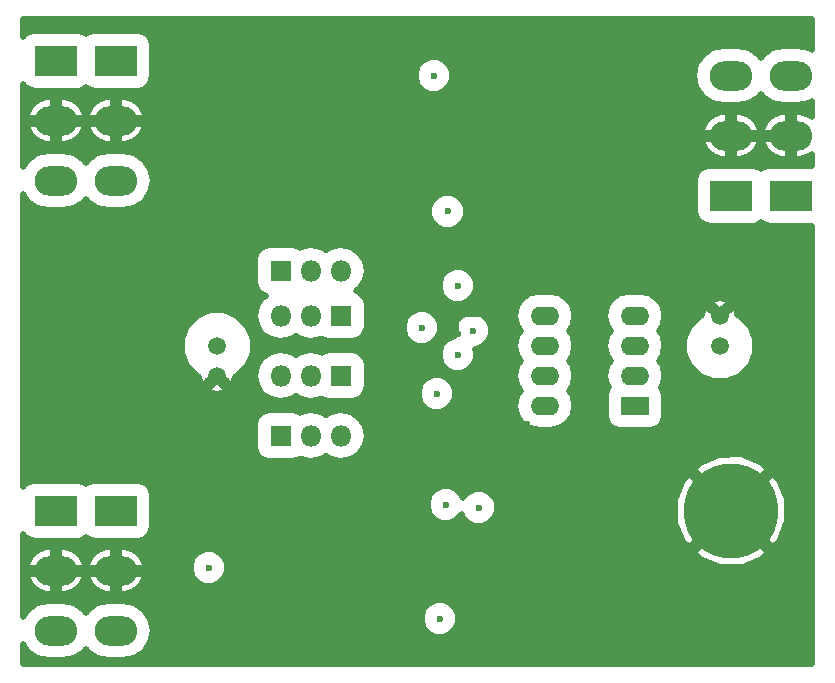
<source format=gbr>
G04 #@! TF.FileFunction,Copper,L4,Bot,Signal*
%FSLAX46Y46*%
G04 Gerber Fmt 4.6, Leading zero omitted, Abs format (unit mm)*
G04 Created by KiCad (PCBNEW 4.0.2-stable) date 10/6/2017 5:38:16 PM*
%MOMM*%
G01*
G04 APERTURE LIST*
%ADD10C,0.100000*%
%ADD11C,1.500000*%
%ADD12C,2.200000*%
%ADD13O,3.600000X2.500000*%
%ADD14R,3.600000X2.500000*%
%ADD15R,1.800000X1.800000*%
%ADD16O,1.800000X1.800000*%
%ADD17R,2.400000X1.600000*%
%ADD18O,2.400000X1.600000*%
%ADD19C,8.000000*%
%ADD20C,3.500000*%
%ADD21C,0.600000*%
%ADD22C,0.180000*%
%ADD23C,0.500000*%
G04 APERTURE END LIST*
D10*
D11*
X208600000Y-180340000D03*
X208600000Y-177800000D03*
D12*
X213680000Y-175260000D03*
X213680000Y-185420000D03*
D13*
X214630000Y-157480000D03*
X214630000Y-162560000D03*
D14*
X214630000Y-167640000D03*
X209550000Y-167640000D03*
D13*
X209550000Y-162560000D03*
X209550000Y-157480000D03*
X152400000Y-166370000D03*
X152400000Y-161290000D03*
D14*
X152400000Y-156210000D03*
X157480000Y-156210000D03*
D13*
X157480000Y-161290000D03*
X157480000Y-166370000D03*
X152400000Y-204470000D03*
X152400000Y-199390000D03*
D14*
X152400000Y-194310000D03*
X157480000Y-194310000D03*
D13*
X157480000Y-199390000D03*
X157480000Y-204470000D03*
D11*
X166050000Y-180340000D03*
X166050000Y-182880000D03*
D12*
X160970000Y-185420000D03*
X160970000Y-175260000D03*
D15*
X171450000Y-173990000D03*
D16*
X173990000Y-173990000D03*
X176530000Y-173990000D03*
D15*
X171450000Y-187960000D03*
D16*
X173990000Y-187960000D03*
X176530000Y-187960000D03*
D15*
X176530000Y-177800000D03*
D16*
X173990000Y-177800000D03*
X171450000Y-177800000D03*
D15*
X176530000Y-182880000D03*
D16*
X173990000Y-182880000D03*
X171450000Y-182880000D03*
D17*
X201422000Y-185420000D03*
D18*
X193802000Y-177800000D03*
X201422000Y-182880000D03*
X193802000Y-180340000D03*
X201422000Y-180340000D03*
X193802000Y-182880000D03*
X201422000Y-177800000D03*
X193802000Y-185420000D03*
D19*
X209550000Y-194310000D03*
D20*
X200660000Y-156210000D03*
X177800000Y-156210000D03*
X200660000Y-204470000D03*
X177800000Y-204470000D03*
D21*
X165354000Y-199136000D03*
X197866000Y-194310000D03*
X191770000Y-194310000D03*
X198120000Y-181356000D03*
X165354000Y-164084000D03*
X162052000Y-180340000D03*
X165354000Y-176657000D03*
X194056000Y-204470000D03*
X163068000Y-206248000D03*
X162306000Y-154178000D03*
X193802000Y-156210000D03*
X172974000Y-155448000D03*
X171450000Y-201930000D03*
X179324000Y-194056000D03*
X178308000Y-191008000D03*
X180594000Y-167132000D03*
X178054000Y-170180000D03*
X184404000Y-170942000D03*
X189484000Y-185420000D03*
X190754000Y-173990000D03*
X191008000Y-179578000D03*
X186436000Y-179324000D03*
X198882000Y-173482000D03*
X199136000Y-175514000D03*
X204216000Y-185166000D03*
X206502000Y-182880000D03*
X192278000Y-186944000D03*
X185572400Y-168960800D03*
X186436000Y-175260000D03*
X185420000Y-193802000D03*
X186436000Y-181102000D03*
X188214000Y-194056000D03*
X187706000Y-179070000D03*
X184658000Y-184404000D03*
X183388000Y-178816000D03*
X184404000Y-157480000D03*
X184912000Y-203454000D03*
D22*
X186436000Y-179324000D02*
X186436000Y-178562000D01*
X186436000Y-178562000D02*
X185674000Y-177800000D01*
X185674000Y-177800000D02*
X190500000Y-177800000D01*
X190500000Y-177800000D02*
X191008000Y-178308000D01*
X191008000Y-178308000D02*
X191008000Y-179578000D01*
D23*
G36*
X216412000Y-155314319D02*
X216196462Y-155170301D01*
X215239753Y-154980000D01*
X214020247Y-154980000D01*
X213063538Y-155170301D01*
X212252480Y-155712233D01*
X212090000Y-155955401D01*
X211927520Y-155712233D01*
X211116462Y-155170301D01*
X210159753Y-154980000D01*
X208940247Y-154980000D01*
X207983538Y-155170301D01*
X207172480Y-155712233D01*
X206630548Y-156523291D01*
X206440247Y-157480000D01*
X206630548Y-158436709D01*
X207172480Y-159247767D01*
X207983538Y-159789699D01*
X208940247Y-159980000D01*
X210159753Y-159980000D01*
X211116462Y-159789699D01*
X211927520Y-159247767D01*
X212090000Y-159004599D01*
X212252480Y-159247767D01*
X213063538Y-159789699D01*
X214020247Y-159980000D01*
X215239753Y-159980000D01*
X216196462Y-159789699D01*
X216412000Y-159645681D01*
X216412000Y-161011870D01*
X216176337Y-160807912D01*
X215430000Y-160560000D01*
X214880000Y-160560000D01*
X214880000Y-162310000D01*
X214900000Y-162310000D01*
X214900000Y-162810000D01*
X214880000Y-162810000D01*
X214880000Y-164560000D01*
X215430000Y-164560000D01*
X216176337Y-164312088D01*
X216412000Y-164108130D01*
X216412000Y-165115512D01*
X212830000Y-165115512D01*
X212366778Y-165202673D01*
X212088514Y-165381731D01*
X211845847Y-165215924D01*
X211350000Y-165115512D01*
X207750000Y-165115512D01*
X207286778Y-165202673D01*
X206861337Y-165476437D01*
X206575924Y-165894153D01*
X206475512Y-166390000D01*
X206475512Y-168890000D01*
X206562673Y-169353222D01*
X206836437Y-169778663D01*
X207254153Y-170064076D01*
X207750000Y-170164488D01*
X211350000Y-170164488D01*
X211813222Y-170077327D01*
X212091486Y-169898269D01*
X212334153Y-170064076D01*
X212830000Y-170164488D01*
X216412000Y-170164488D01*
X216412000Y-207268000D01*
X149602000Y-207268000D01*
X149602000Y-205608475D01*
X150022480Y-206237767D01*
X150833538Y-206779699D01*
X151790247Y-206970000D01*
X153009753Y-206970000D01*
X153966462Y-206779699D01*
X154777520Y-206237767D01*
X154940000Y-205994599D01*
X155102480Y-206237767D01*
X155913538Y-206779699D01*
X156870247Y-206970000D01*
X158089753Y-206970000D01*
X159046462Y-206779699D01*
X159857520Y-206237767D01*
X160399452Y-205426709D01*
X160589753Y-204470000D01*
X160448717Y-203760961D01*
X183361732Y-203760961D01*
X183597208Y-204330857D01*
X184032849Y-204767260D01*
X184602333Y-205003730D01*
X185218961Y-205004268D01*
X185788857Y-204768792D01*
X186225260Y-204333151D01*
X186461730Y-203763667D01*
X186462268Y-203147039D01*
X186226792Y-202577143D01*
X185791151Y-202140740D01*
X185221667Y-201904270D01*
X184605039Y-201903732D01*
X184035143Y-202139208D01*
X183598740Y-202574849D01*
X183362270Y-203144333D01*
X183361732Y-203760961D01*
X160448717Y-203760961D01*
X160399452Y-203513291D01*
X159857520Y-202702233D01*
X159046462Y-202160301D01*
X158089753Y-201970000D01*
X156870247Y-201970000D01*
X155913538Y-202160301D01*
X155102480Y-202702233D01*
X154940000Y-202945401D01*
X154777520Y-202702233D01*
X153966462Y-202160301D01*
X153009753Y-201970000D01*
X151790247Y-201970000D01*
X150833538Y-202160301D01*
X150022480Y-202702233D01*
X149602000Y-203331525D01*
X149602000Y-199947337D01*
X149929226Y-199947337D01*
X150259010Y-200627437D01*
X150853663Y-201142088D01*
X151600000Y-201390000D01*
X152150000Y-201390000D01*
X152150000Y-199640000D01*
X152650000Y-199640000D01*
X152650000Y-201390000D01*
X153200000Y-201390000D01*
X153946337Y-201142088D01*
X154540990Y-200627437D01*
X154870774Y-199947337D01*
X155009226Y-199947337D01*
X155339010Y-200627437D01*
X155933663Y-201142088D01*
X156680000Y-201390000D01*
X157230000Y-201390000D01*
X157230000Y-199640000D01*
X157730000Y-199640000D01*
X157730000Y-201390000D01*
X158280000Y-201390000D01*
X159026337Y-201142088D01*
X159620990Y-200627437D01*
X159950774Y-199947337D01*
X159825176Y-199640000D01*
X157730000Y-199640000D01*
X157230000Y-199640000D01*
X155134824Y-199640000D01*
X155009226Y-199947337D01*
X154870774Y-199947337D01*
X154745176Y-199640000D01*
X152650000Y-199640000D01*
X152150000Y-199640000D01*
X150054824Y-199640000D01*
X149929226Y-199947337D01*
X149602000Y-199947337D01*
X149602000Y-199442961D01*
X163803732Y-199442961D01*
X164039208Y-200012857D01*
X164474849Y-200449260D01*
X165044333Y-200685730D01*
X165660961Y-200686268D01*
X166230857Y-200450792D01*
X166667260Y-200015151D01*
X166903730Y-199445667D01*
X166904268Y-198829039D01*
X166668792Y-198259143D01*
X166233151Y-197822740D01*
X166115782Y-197774004D01*
X206439550Y-197774004D01*
X206909371Y-198369839D01*
X208664010Y-199071327D01*
X210553533Y-199047946D01*
X212190629Y-198369839D01*
X212660450Y-197774004D01*
X209550000Y-194663553D01*
X206439550Y-197774004D01*
X166115782Y-197774004D01*
X165663667Y-197586270D01*
X165047039Y-197585732D01*
X164477143Y-197821208D01*
X164040740Y-198256849D01*
X163804270Y-198826333D01*
X163803732Y-199442961D01*
X149602000Y-199442961D01*
X149602000Y-198832663D01*
X149929226Y-198832663D01*
X150054824Y-199140000D01*
X152150000Y-199140000D01*
X152150000Y-197390000D01*
X152650000Y-197390000D01*
X152650000Y-199140000D01*
X154745176Y-199140000D01*
X154870774Y-198832663D01*
X155009226Y-198832663D01*
X155134824Y-199140000D01*
X157230000Y-199140000D01*
X157230000Y-197390000D01*
X157730000Y-197390000D01*
X157730000Y-199140000D01*
X159825176Y-199140000D01*
X159950774Y-198832663D01*
X159620990Y-198152563D01*
X159026337Y-197637912D01*
X158280000Y-197390000D01*
X157730000Y-197390000D01*
X157230000Y-197390000D01*
X156680000Y-197390000D01*
X155933663Y-197637912D01*
X155339010Y-198152563D01*
X155009226Y-198832663D01*
X154870774Y-198832663D01*
X154540990Y-198152563D01*
X153946337Y-197637912D01*
X153200000Y-197390000D01*
X152650000Y-197390000D01*
X152150000Y-197390000D01*
X151600000Y-197390000D01*
X150853663Y-197637912D01*
X150259010Y-198152563D01*
X149929226Y-198832663D01*
X149602000Y-198832663D01*
X149602000Y-196317444D01*
X149686437Y-196448663D01*
X150104153Y-196734076D01*
X150600000Y-196834488D01*
X154200000Y-196834488D01*
X154663222Y-196747327D01*
X154941486Y-196568269D01*
X155184153Y-196734076D01*
X155680000Y-196834488D01*
X159280000Y-196834488D01*
X159743222Y-196747327D01*
X160168663Y-196473563D01*
X160454076Y-196055847D01*
X160554488Y-195560000D01*
X160554488Y-194108961D01*
X183869732Y-194108961D01*
X184105208Y-194678857D01*
X184540849Y-195115260D01*
X185110333Y-195351730D01*
X185726961Y-195352268D01*
X186296857Y-195116792D01*
X186733260Y-194681151D01*
X186764309Y-194606376D01*
X186899208Y-194932857D01*
X187334849Y-195369260D01*
X187904333Y-195605730D01*
X188520961Y-195606268D01*
X189090857Y-195370792D01*
X189527260Y-194935151D01*
X189763730Y-194365667D01*
X189764268Y-193749039D01*
X189629969Y-193424010D01*
X204788673Y-193424010D01*
X204812054Y-195313533D01*
X205490161Y-196950629D01*
X206085996Y-197420450D01*
X209196447Y-194310000D01*
X209903553Y-194310000D01*
X213014004Y-197420450D01*
X213609839Y-196950629D01*
X214311327Y-195195990D01*
X214287946Y-193306467D01*
X213609839Y-191669371D01*
X213014004Y-191199550D01*
X209903553Y-194310000D01*
X209196447Y-194310000D01*
X206085996Y-191199550D01*
X205490161Y-191669371D01*
X204788673Y-193424010D01*
X189629969Y-193424010D01*
X189528792Y-193179143D01*
X189093151Y-192742740D01*
X188523667Y-192506270D01*
X187907039Y-192505732D01*
X187337143Y-192741208D01*
X186900740Y-193176849D01*
X186869691Y-193251624D01*
X186734792Y-192925143D01*
X186299151Y-192488740D01*
X185729667Y-192252270D01*
X185113039Y-192251732D01*
X184543143Y-192487208D01*
X184106740Y-192922849D01*
X183870270Y-193492333D01*
X183869732Y-194108961D01*
X160554488Y-194108961D01*
X160554488Y-193060000D01*
X160467327Y-192596778D01*
X160193563Y-192171337D01*
X159775847Y-191885924D01*
X159280000Y-191785512D01*
X155680000Y-191785512D01*
X155216778Y-191872673D01*
X154938514Y-192051731D01*
X154695847Y-191885924D01*
X154200000Y-191785512D01*
X150600000Y-191785512D01*
X150136778Y-191872673D01*
X149711337Y-192146437D01*
X149602000Y-192306457D01*
X149602000Y-190845996D01*
X206439550Y-190845996D01*
X209550000Y-193956447D01*
X212660450Y-190845996D01*
X212190629Y-190250161D01*
X210435990Y-189548673D01*
X208546467Y-189572054D01*
X206909371Y-190250161D01*
X206439550Y-190845996D01*
X149602000Y-190845996D01*
X149602000Y-187060000D01*
X169275512Y-187060000D01*
X169275512Y-188860000D01*
X169362673Y-189323222D01*
X169636437Y-189748663D01*
X170054153Y-190034076D01*
X170550000Y-190134488D01*
X172350000Y-190134488D01*
X172813222Y-190047327D01*
X173049093Y-189895548D01*
X173125110Y-189946341D01*
X173947879Y-190110000D01*
X174032121Y-190110000D01*
X174854890Y-189946341D01*
X175260000Y-189675656D01*
X175665110Y-189946341D01*
X176487879Y-190110000D01*
X176572121Y-190110000D01*
X177394890Y-189946341D01*
X178092401Y-189480280D01*
X178558462Y-188782769D01*
X178722121Y-187960000D01*
X178558462Y-187137231D01*
X178092401Y-186439720D01*
X177394890Y-185973659D01*
X176572121Y-185810000D01*
X176487879Y-185810000D01*
X175665110Y-185973659D01*
X175260000Y-186244344D01*
X174854890Y-185973659D01*
X174032121Y-185810000D01*
X173947879Y-185810000D01*
X173125110Y-185973659D01*
X173048838Y-186024622D01*
X172845847Y-185885924D01*
X172350000Y-185785512D01*
X170550000Y-185785512D01*
X170086778Y-185872673D01*
X169661337Y-186146437D01*
X169375924Y-186564153D01*
X169275512Y-187060000D01*
X149602000Y-187060000D01*
X149602000Y-180934119D01*
X163049481Y-180934119D01*
X163505241Y-182037143D01*
X164348418Y-182881793D01*
X164548897Y-182965039D01*
X164598869Y-183362953D01*
X164682396Y-183564605D01*
X164940979Y-183635468D01*
X165299662Y-183276785D01*
X165450645Y-183339478D01*
X165943645Y-183339908D01*
X165294532Y-183989021D01*
X165365395Y-184247604D01*
X165940867Y-184405488D01*
X166532953Y-184331131D01*
X166734605Y-184247604D01*
X166805468Y-183989021D01*
X166156541Y-183340094D01*
X166644119Y-183340519D01*
X166799762Y-183276209D01*
X167159021Y-183635468D01*
X167417604Y-183564605D01*
X167575488Y-182989133D01*
X167571495Y-182957335D01*
X167747143Y-182884759D01*
X167751910Y-182880000D01*
X169257879Y-182880000D01*
X169421538Y-183702769D01*
X169887599Y-184400280D01*
X170585110Y-184866341D01*
X171407879Y-185030000D01*
X171492121Y-185030000D01*
X172314890Y-184866341D01*
X172720000Y-184595656D01*
X173125110Y-184866341D01*
X173947879Y-185030000D01*
X174032121Y-185030000D01*
X174854890Y-184866341D01*
X174931162Y-184815378D01*
X175134153Y-184954076D01*
X175630000Y-185054488D01*
X177430000Y-185054488D01*
X177893222Y-184967327D01*
X178291625Y-184710961D01*
X183107732Y-184710961D01*
X183343208Y-185280857D01*
X183778849Y-185717260D01*
X184348333Y-185953730D01*
X184964961Y-185954268D01*
X185534857Y-185718792D01*
X185971260Y-185283151D01*
X186207730Y-184713667D01*
X186208268Y-184097039D01*
X185972792Y-183527143D01*
X185537151Y-183090740D01*
X184967667Y-182854270D01*
X184351039Y-182853732D01*
X183781143Y-183089208D01*
X183344740Y-183524849D01*
X183108270Y-184094333D01*
X183107732Y-184710961D01*
X178291625Y-184710961D01*
X178318663Y-184693563D01*
X178604076Y-184275847D01*
X178704488Y-183780000D01*
X178704488Y-181980000D01*
X178617327Y-181516778D01*
X178547949Y-181408961D01*
X184885732Y-181408961D01*
X185121208Y-181978857D01*
X185556849Y-182415260D01*
X186126333Y-182651730D01*
X186742961Y-182652268D01*
X187312857Y-182416792D01*
X187749260Y-181981151D01*
X187985730Y-181411667D01*
X187986268Y-180795039D01*
X187914018Y-180620182D01*
X188012961Y-180620268D01*
X188582857Y-180384792D01*
X189019260Y-179949151D01*
X189255730Y-179379667D01*
X189256268Y-178763039D01*
X189020792Y-178193143D01*
X188628336Y-177800000D01*
X191304002Y-177800000D01*
X191460049Y-178584501D01*
X191784449Y-179070000D01*
X191460049Y-179555499D01*
X191304002Y-180340000D01*
X191460049Y-181124501D01*
X191784449Y-181610000D01*
X191460049Y-182095499D01*
X191304002Y-182880000D01*
X191460049Y-183664501D01*
X191784449Y-184150000D01*
X191460049Y-184635499D01*
X191304002Y-185420000D01*
X191460049Y-186204501D01*
X191904433Y-186869569D01*
X192569501Y-187313953D01*
X193354002Y-187470000D01*
X194249998Y-187470000D01*
X195034499Y-187313953D01*
X195699567Y-186869569D01*
X196143951Y-186204501D01*
X196299998Y-185420000D01*
X196143951Y-184635499D01*
X195819551Y-184150000D01*
X196143951Y-183664501D01*
X196299998Y-182880000D01*
X196143951Y-182095499D01*
X195819551Y-181610000D01*
X196143951Y-181124501D01*
X196299998Y-180340000D01*
X196143951Y-179555499D01*
X195819551Y-179070000D01*
X196143951Y-178584501D01*
X196299998Y-177800000D01*
X198924002Y-177800000D01*
X199080049Y-178584501D01*
X199404449Y-179070000D01*
X199080049Y-179555499D01*
X198924002Y-180340000D01*
X199080049Y-181124501D01*
X199404449Y-181610000D01*
X199080049Y-182095499D01*
X198924002Y-182880000D01*
X199080049Y-183664501D01*
X199219446Y-183873123D01*
X199047924Y-184124153D01*
X198947512Y-184620000D01*
X198947512Y-186220000D01*
X199034673Y-186683222D01*
X199308437Y-187108663D01*
X199726153Y-187394076D01*
X200222000Y-187494488D01*
X202622000Y-187494488D01*
X203085222Y-187407327D01*
X203510663Y-187133563D01*
X203796076Y-186715847D01*
X203896488Y-186220000D01*
X203896488Y-184620000D01*
X203809327Y-184156778D01*
X203625698Y-183871411D01*
X203763951Y-183664501D01*
X203919998Y-182880000D01*
X203763951Y-182095499D01*
X203439551Y-181610000D01*
X203763951Y-181124501D01*
X203801820Y-180934119D01*
X205599481Y-180934119D01*
X206055241Y-182037143D01*
X206898418Y-182881793D01*
X208000645Y-183339478D01*
X209194119Y-183340519D01*
X210297143Y-182884759D01*
X211141793Y-182041582D01*
X211599478Y-180939355D01*
X211600519Y-179745881D01*
X211144759Y-178642857D01*
X210301582Y-177798207D01*
X210101103Y-177714961D01*
X210051131Y-177317047D01*
X209967604Y-177115395D01*
X209709021Y-177044532D01*
X209350338Y-177403215D01*
X209199355Y-177340522D01*
X208706355Y-177340092D01*
X209355468Y-176690979D01*
X209284605Y-176432396D01*
X208709133Y-176274512D01*
X208117047Y-176348869D01*
X207915395Y-176432396D01*
X207844532Y-176690979D01*
X208493459Y-177339906D01*
X208005881Y-177339481D01*
X207850238Y-177403791D01*
X207490979Y-177044532D01*
X207232396Y-177115395D01*
X207074512Y-177690867D01*
X207078505Y-177722665D01*
X206902857Y-177795241D01*
X206058207Y-178638418D01*
X205600522Y-179740645D01*
X205599481Y-180934119D01*
X203801820Y-180934119D01*
X203919998Y-180340000D01*
X203763951Y-179555499D01*
X203439551Y-179070000D01*
X203763951Y-178584501D01*
X203919998Y-177800000D01*
X203763951Y-177015499D01*
X203319567Y-176350431D01*
X202654499Y-175906047D01*
X201869998Y-175750000D01*
X200974002Y-175750000D01*
X200189501Y-175906047D01*
X199524433Y-176350431D01*
X199080049Y-177015499D01*
X198924002Y-177800000D01*
X196299998Y-177800000D01*
X196143951Y-177015499D01*
X195699567Y-176350431D01*
X195034499Y-175906047D01*
X194249998Y-175750000D01*
X193354002Y-175750000D01*
X192569501Y-175906047D01*
X191904433Y-176350431D01*
X191460049Y-177015499D01*
X191304002Y-177800000D01*
X188628336Y-177800000D01*
X188585151Y-177756740D01*
X188015667Y-177520270D01*
X187399039Y-177519732D01*
X186829143Y-177755208D01*
X186392740Y-178190849D01*
X186156270Y-178760333D01*
X186155732Y-179376961D01*
X186227982Y-179551818D01*
X186129039Y-179551732D01*
X185559143Y-179787208D01*
X185122740Y-180222849D01*
X184886270Y-180792333D01*
X184885732Y-181408961D01*
X178547949Y-181408961D01*
X178343563Y-181091337D01*
X177925847Y-180805924D01*
X177430000Y-180705512D01*
X175630000Y-180705512D01*
X175166778Y-180792673D01*
X174930907Y-180944452D01*
X174854890Y-180893659D01*
X174032121Y-180730000D01*
X173947879Y-180730000D01*
X173125110Y-180893659D01*
X172720000Y-181164344D01*
X172314890Y-180893659D01*
X171492121Y-180730000D01*
X171407879Y-180730000D01*
X170585110Y-180893659D01*
X169887599Y-181359720D01*
X169421538Y-182057231D01*
X169257879Y-182880000D01*
X167751910Y-182880000D01*
X168591793Y-182041582D01*
X169049478Y-180939355D01*
X169050519Y-179745881D01*
X168594759Y-178642857D01*
X167753372Y-177800000D01*
X169257879Y-177800000D01*
X169421538Y-178622769D01*
X169887599Y-179320280D01*
X170585110Y-179786341D01*
X171407879Y-179950000D01*
X171492121Y-179950000D01*
X172314890Y-179786341D01*
X172720000Y-179515656D01*
X173125110Y-179786341D01*
X173947879Y-179950000D01*
X174032121Y-179950000D01*
X174854890Y-179786341D01*
X174931162Y-179735378D01*
X175134153Y-179874076D01*
X175630000Y-179974488D01*
X177430000Y-179974488D01*
X177893222Y-179887327D01*
X178318663Y-179613563D01*
X178604076Y-179195847D01*
X178618835Y-179122961D01*
X181837732Y-179122961D01*
X182073208Y-179692857D01*
X182508849Y-180129260D01*
X183078333Y-180365730D01*
X183694961Y-180366268D01*
X184264857Y-180130792D01*
X184701260Y-179695151D01*
X184937730Y-179125667D01*
X184938268Y-178509039D01*
X184702792Y-177939143D01*
X184267151Y-177502740D01*
X183697667Y-177266270D01*
X183081039Y-177265732D01*
X182511143Y-177501208D01*
X182074740Y-177936849D01*
X181838270Y-178506333D01*
X181837732Y-179122961D01*
X178618835Y-179122961D01*
X178704488Y-178700000D01*
X178704488Y-176900000D01*
X178617327Y-176436778D01*
X178343563Y-176011337D01*
X177925847Y-175725924D01*
X177805991Y-175701652D01*
X178007571Y-175566961D01*
X184885732Y-175566961D01*
X185121208Y-176136857D01*
X185556849Y-176573260D01*
X186126333Y-176809730D01*
X186742961Y-176810268D01*
X187312857Y-176574792D01*
X187749260Y-176139151D01*
X187985730Y-175569667D01*
X187986268Y-174953039D01*
X187750792Y-174383143D01*
X187315151Y-173946740D01*
X186745667Y-173710270D01*
X186129039Y-173709732D01*
X185559143Y-173945208D01*
X185122740Y-174380849D01*
X184886270Y-174950333D01*
X184885732Y-175566961D01*
X178007571Y-175566961D01*
X178092401Y-175510280D01*
X178558462Y-174812769D01*
X178722121Y-173990000D01*
X178558462Y-173167231D01*
X178092401Y-172469720D01*
X177394890Y-172003659D01*
X176572121Y-171840000D01*
X176487879Y-171840000D01*
X175665110Y-172003659D01*
X175260000Y-172274344D01*
X174854890Y-172003659D01*
X174032121Y-171840000D01*
X173947879Y-171840000D01*
X173125110Y-172003659D01*
X173048838Y-172054622D01*
X172845847Y-171915924D01*
X172350000Y-171815512D01*
X170550000Y-171815512D01*
X170086778Y-171902673D01*
X169661337Y-172176437D01*
X169375924Y-172594153D01*
X169275512Y-173090000D01*
X169275512Y-174890000D01*
X169362673Y-175353222D01*
X169636437Y-175778663D01*
X170054153Y-176064076D01*
X170174009Y-176088348D01*
X169887599Y-176279720D01*
X169421538Y-176977231D01*
X169257879Y-177800000D01*
X167753372Y-177800000D01*
X167751582Y-177798207D01*
X166649355Y-177340522D01*
X165455881Y-177339481D01*
X164352857Y-177795241D01*
X163508207Y-178638418D01*
X163050522Y-179740645D01*
X163049481Y-180934119D01*
X149602000Y-180934119D01*
X149602000Y-169267761D01*
X184022132Y-169267761D01*
X184257608Y-169837657D01*
X184693249Y-170274060D01*
X185262733Y-170510530D01*
X185879361Y-170511068D01*
X186449257Y-170275592D01*
X186885660Y-169839951D01*
X187122130Y-169270467D01*
X187122668Y-168653839D01*
X186887192Y-168083943D01*
X186451551Y-167647540D01*
X185882067Y-167411070D01*
X185265439Y-167410532D01*
X184695543Y-167646008D01*
X184259140Y-168081649D01*
X184022670Y-168651133D01*
X184022132Y-169267761D01*
X149602000Y-169267761D01*
X149602000Y-167508475D01*
X150022480Y-168137767D01*
X150833538Y-168679699D01*
X151790247Y-168870000D01*
X153009753Y-168870000D01*
X153966462Y-168679699D01*
X154777520Y-168137767D01*
X154940000Y-167894599D01*
X155102480Y-168137767D01*
X155913538Y-168679699D01*
X156870247Y-168870000D01*
X158089753Y-168870000D01*
X159046462Y-168679699D01*
X159857520Y-168137767D01*
X160399452Y-167326709D01*
X160589753Y-166370000D01*
X160399452Y-165413291D01*
X159857520Y-164602233D01*
X159046462Y-164060301D01*
X158089753Y-163870000D01*
X156870247Y-163870000D01*
X155913538Y-164060301D01*
X155102480Y-164602233D01*
X154940000Y-164845401D01*
X154777520Y-164602233D01*
X153966462Y-164060301D01*
X153009753Y-163870000D01*
X151790247Y-163870000D01*
X150833538Y-164060301D01*
X150022480Y-164602233D01*
X149602000Y-165231525D01*
X149602000Y-161847337D01*
X149929226Y-161847337D01*
X150259010Y-162527437D01*
X150853663Y-163042088D01*
X151600000Y-163290000D01*
X152150000Y-163290000D01*
X152150000Y-161540000D01*
X152650000Y-161540000D01*
X152650000Y-163290000D01*
X153200000Y-163290000D01*
X153946337Y-163042088D01*
X154540990Y-162527437D01*
X154870774Y-161847337D01*
X155009226Y-161847337D01*
X155339010Y-162527437D01*
X155933663Y-163042088D01*
X156680000Y-163290000D01*
X157230000Y-163290000D01*
X157230000Y-161540000D01*
X157730000Y-161540000D01*
X157730000Y-163290000D01*
X158280000Y-163290000D01*
X158799800Y-163117337D01*
X207079226Y-163117337D01*
X207409010Y-163797437D01*
X208003663Y-164312088D01*
X208750000Y-164560000D01*
X209300000Y-164560000D01*
X209300000Y-162810000D01*
X209800000Y-162810000D01*
X209800000Y-164560000D01*
X210350000Y-164560000D01*
X211096337Y-164312088D01*
X211690990Y-163797437D01*
X212020774Y-163117337D01*
X212159226Y-163117337D01*
X212489010Y-163797437D01*
X213083663Y-164312088D01*
X213830000Y-164560000D01*
X214380000Y-164560000D01*
X214380000Y-162810000D01*
X212284824Y-162810000D01*
X212159226Y-163117337D01*
X212020774Y-163117337D01*
X211895176Y-162810000D01*
X209800000Y-162810000D01*
X209300000Y-162810000D01*
X207204824Y-162810000D01*
X207079226Y-163117337D01*
X158799800Y-163117337D01*
X159026337Y-163042088D01*
X159620990Y-162527437D01*
X159875455Y-162002663D01*
X207079226Y-162002663D01*
X207204824Y-162310000D01*
X209300000Y-162310000D01*
X209300000Y-160560000D01*
X209800000Y-160560000D01*
X209800000Y-162310000D01*
X211895176Y-162310000D01*
X212020774Y-162002663D01*
X212159226Y-162002663D01*
X212284824Y-162310000D01*
X214380000Y-162310000D01*
X214380000Y-160560000D01*
X213830000Y-160560000D01*
X213083663Y-160807912D01*
X212489010Y-161322563D01*
X212159226Y-162002663D01*
X212020774Y-162002663D01*
X211690990Y-161322563D01*
X211096337Y-160807912D01*
X210350000Y-160560000D01*
X209800000Y-160560000D01*
X209300000Y-160560000D01*
X208750000Y-160560000D01*
X208003663Y-160807912D01*
X207409010Y-161322563D01*
X207079226Y-162002663D01*
X159875455Y-162002663D01*
X159950774Y-161847337D01*
X159825176Y-161540000D01*
X157730000Y-161540000D01*
X157230000Y-161540000D01*
X155134824Y-161540000D01*
X155009226Y-161847337D01*
X154870774Y-161847337D01*
X154745176Y-161540000D01*
X152650000Y-161540000D01*
X152150000Y-161540000D01*
X150054824Y-161540000D01*
X149929226Y-161847337D01*
X149602000Y-161847337D01*
X149602000Y-160732663D01*
X149929226Y-160732663D01*
X150054824Y-161040000D01*
X152150000Y-161040000D01*
X152150000Y-159290000D01*
X152650000Y-159290000D01*
X152650000Y-161040000D01*
X154745176Y-161040000D01*
X154870774Y-160732663D01*
X155009226Y-160732663D01*
X155134824Y-161040000D01*
X157230000Y-161040000D01*
X157230000Y-159290000D01*
X157730000Y-159290000D01*
X157730000Y-161040000D01*
X159825176Y-161040000D01*
X159950774Y-160732663D01*
X159620990Y-160052563D01*
X159026337Y-159537912D01*
X158280000Y-159290000D01*
X157730000Y-159290000D01*
X157230000Y-159290000D01*
X156680000Y-159290000D01*
X155933663Y-159537912D01*
X155339010Y-160052563D01*
X155009226Y-160732663D01*
X154870774Y-160732663D01*
X154540990Y-160052563D01*
X153946337Y-159537912D01*
X153200000Y-159290000D01*
X152650000Y-159290000D01*
X152150000Y-159290000D01*
X151600000Y-159290000D01*
X150853663Y-159537912D01*
X150259010Y-160052563D01*
X149929226Y-160732663D01*
X149602000Y-160732663D01*
X149602000Y-158217444D01*
X149686437Y-158348663D01*
X150104153Y-158634076D01*
X150600000Y-158734488D01*
X154200000Y-158734488D01*
X154663222Y-158647327D01*
X154941486Y-158468269D01*
X155184153Y-158634076D01*
X155680000Y-158734488D01*
X159280000Y-158734488D01*
X159743222Y-158647327D01*
X160168663Y-158373563D01*
X160454076Y-157955847D01*
X160488276Y-157786961D01*
X182853732Y-157786961D01*
X183089208Y-158356857D01*
X183524849Y-158793260D01*
X184094333Y-159029730D01*
X184710961Y-159030268D01*
X185280857Y-158794792D01*
X185717260Y-158359151D01*
X185953730Y-157789667D01*
X185954268Y-157173039D01*
X185718792Y-156603143D01*
X185283151Y-156166740D01*
X184713667Y-155930270D01*
X184097039Y-155929732D01*
X183527143Y-156165208D01*
X183090740Y-156600849D01*
X182854270Y-157170333D01*
X182853732Y-157786961D01*
X160488276Y-157786961D01*
X160554488Y-157460000D01*
X160554488Y-154960000D01*
X160467327Y-154496778D01*
X160193563Y-154071337D01*
X159775847Y-153785924D01*
X159280000Y-153685512D01*
X155680000Y-153685512D01*
X155216778Y-153772673D01*
X154938514Y-153951731D01*
X154695847Y-153785924D01*
X154200000Y-153685512D01*
X150600000Y-153685512D01*
X150136778Y-153772673D01*
X149711337Y-154046437D01*
X149602000Y-154206457D01*
X149602000Y-152650000D01*
X216412000Y-152650000D01*
X216412000Y-155314319D01*
X216412000Y-155314319D01*
G37*
X216412000Y-155314319D02*
X216196462Y-155170301D01*
X215239753Y-154980000D01*
X214020247Y-154980000D01*
X213063538Y-155170301D01*
X212252480Y-155712233D01*
X212090000Y-155955401D01*
X211927520Y-155712233D01*
X211116462Y-155170301D01*
X210159753Y-154980000D01*
X208940247Y-154980000D01*
X207983538Y-155170301D01*
X207172480Y-155712233D01*
X206630548Y-156523291D01*
X206440247Y-157480000D01*
X206630548Y-158436709D01*
X207172480Y-159247767D01*
X207983538Y-159789699D01*
X208940247Y-159980000D01*
X210159753Y-159980000D01*
X211116462Y-159789699D01*
X211927520Y-159247767D01*
X212090000Y-159004599D01*
X212252480Y-159247767D01*
X213063538Y-159789699D01*
X214020247Y-159980000D01*
X215239753Y-159980000D01*
X216196462Y-159789699D01*
X216412000Y-159645681D01*
X216412000Y-161011870D01*
X216176337Y-160807912D01*
X215430000Y-160560000D01*
X214880000Y-160560000D01*
X214880000Y-162310000D01*
X214900000Y-162310000D01*
X214900000Y-162810000D01*
X214880000Y-162810000D01*
X214880000Y-164560000D01*
X215430000Y-164560000D01*
X216176337Y-164312088D01*
X216412000Y-164108130D01*
X216412000Y-165115512D01*
X212830000Y-165115512D01*
X212366778Y-165202673D01*
X212088514Y-165381731D01*
X211845847Y-165215924D01*
X211350000Y-165115512D01*
X207750000Y-165115512D01*
X207286778Y-165202673D01*
X206861337Y-165476437D01*
X206575924Y-165894153D01*
X206475512Y-166390000D01*
X206475512Y-168890000D01*
X206562673Y-169353222D01*
X206836437Y-169778663D01*
X207254153Y-170064076D01*
X207750000Y-170164488D01*
X211350000Y-170164488D01*
X211813222Y-170077327D01*
X212091486Y-169898269D01*
X212334153Y-170064076D01*
X212830000Y-170164488D01*
X216412000Y-170164488D01*
X216412000Y-207268000D01*
X149602000Y-207268000D01*
X149602000Y-205608475D01*
X150022480Y-206237767D01*
X150833538Y-206779699D01*
X151790247Y-206970000D01*
X153009753Y-206970000D01*
X153966462Y-206779699D01*
X154777520Y-206237767D01*
X154940000Y-205994599D01*
X155102480Y-206237767D01*
X155913538Y-206779699D01*
X156870247Y-206970000D01*
X158089753Y-206970000D01*
X159046462Y-206779699D01*
X159857520Y-206237767D01*
X160399452Y-205426709D01*
X160589753Y-204470000D01*
X160448717Y-203760961D01*
X183361732Y-203760961D01*
X183597208Y-204330857D01*
X184032849Y-204767260D01*
X184602333Y-205003730D01*
X185218961Y-205004268D01*
X185788857Y-204768792D01*
X186225260Y-204333151D01*
X186461730Y-203763667D01*
X186462268Y-203147039D01*
X186226792Y-202577143D01*
X185791151Y-202140740D01*
X185221667Y-201904270D01*
X184605039Y-201903732D01*
X184035143Y-202139208D01*
X183598740Y-202574849D01*
X183362270Y-203144333D01*
X183361732Y-203760961D01*
X160448717Y-203760961D01*
X160399452Y-203513291D01*
X159857520Y-202702233D01*
X159046462Y-202160301D01*
X158089753Y-201970000D01*
X156870247Y-201970000D01*
X155913538Y-202160301D01*
X155102480Y-202702233D01*
X154940000Y-202945401D01*
X154777520Y-202702233D01*
X153966462Y-202160301D01*
X153009753Y-201970000D01*
X151790247Y-201970000D01*
X150833538Y-202160301D01*
X150022480Y-202702233D01*
X149602000Y-203331525D01*
X149602000Y-199947337D01*
X149929226Y-199947337D01*
X150259010Y-200627437D01*
X150853663Y-201142088D01*
X151600000Y-201390000D01*
X152150000Y-201390000D01*
X152150000Y-199640000D01*
X152650000Y-199640000D01*
X152650000Y-201390000D01*
X153200000Y-201390000D01*
X153946337Y-201142088D01*
X154540990Y-200627437D01*
X154870774Y-199947337D01*
X155009226Y-199947337D01*
X155339010Y-200627437D01*
X155933663Y-201142088D01*
X156680000Y-201390000D01*
X157230000Y-201390000D01*
X157230000Y-199640000D01*
X157730000Y-199640000D01*
X157730000Y-201390000D01*
X158280000Y-201390000D01*
X159026337Y-201142088D01*
X159620990Y-200627437D01*
X159950774Y-199947337D01*
X159825176Y-199640000D01*
X157730000Y-199640000D01*
X157230000Y-199640000D01*
X155134824Y-199640000D01*
X155009226Y-199947337D01*
X154870774Y-199947337D01*
X154745176Y-199640000D01*
X152650000Y-199640000D01*
X152150000Y-199640000D01*
X150054824Y-199640000D01*
X149929226Y-199947337D01*
X149602000Y-199947337D01*
X149602000Y-199442961D01*
X163803732Y-199442961D01*
X164039208Y-200012857D01*
X164474849Y-200449260D01*
X165044333Y-200685730D01*
X165660961Y-200686268D01*
X166230857Y-200450792D01*
X166667260Y-200015151D01*
X166903730Y-199445667D01*
X166904268Y-198829039D01*
X166668792Y-198259143D01*
X166233151Y-197822740D01*
X166115782Y-197774004D01*
X206439550Y-197774004D01*
X206909371Y-198369839D01*
X208664010Y-199071327D01*
X210553533Y-199047946D01*
X212190629Y-198369839D01*
X212660450Y-197774004D01*
X209550000Y-194663553D01*
X206439550Y-197774004D01*
X166115782Y-197774004D01*
X165663667Y-197586270D01*
X165047039Y-197585732D01*
X164477143Y-197821208D01*
X164040740Y-198256849D01*
X163804270Y-198826333D01*
X163803732Y-199442961D01*
X149602000Y-199442961D01*
X149602000Y-198832663D01*
X149929226Y-198832663D01*
X150054824Y-199140000D01*
X152150000Y-199140000D01*
X152150000Y-197390000D01*
X152650000Y-197390000D01*
X152650000Y-199140000D01*
X154745176Y-199140000D01*
X154870774Y-198832663D01*
X155009226Y-198832663D01*
X155134824Y-199140000D01*
X157230000Y-199140000D01*
X157230000Y-197390000D01*
X157730000Y-197390000D01*
X157730000Y-199140000D01*
X159825176Y-199140000D01*
X159950774Y-198832663D01*
X159620990Y-198152563D01*
X159026337Y-197637912D01*
X158280000Y-197390000D01*
X157730000Y-197390000D01*
X157230000Y-197390000D01*
X156680000Y-197390000D01*
X155933663Y-197637912D01*
X155339010Y-198152563D01*
X155009226Y-198832663D01*
X154870774Y-198832663D01*
X154540990Y-198152563D01*
X153946337Y-197637912D01*
X153200000Y-197390000D01*
X152650000Y-197390000D01*
X152150000Y-197390000D01*
X151600000Y-197390000D01*
X150853663Y-197637912D01*
X150259010Y-198152563D01*
X149929226Y-198832663D01*
X149602000Y-198832663D01*
X149602000Y-196317444D01*
X149686437Y-196448663D01*
X150104153Y-196734076D01*
X150600000Y-196834488D01*
X154200000Y-196834488D01*
X154663222Y-196747327D01*
X154941486Y-196568269D01*
X155184153Y-196734076D01*
X155680000Y-196834488D01*
X159280000Y-196834488D01*
X159743222Y-196747327D01*
X160168663Y-196473563D01*
X160454076Y-196055847D01*
X160554488Y-195560000D01*
X160554488Y-194108961D01*
X183869732Y-194108961D01*
X184105208Y-194678857D01*
X184540849Y-195115260D01*
X185110333Y-195351730D01*
X185726961Y-195352268D01*
X186296857Y-195116792D01*
X186733260Y-194681151D01*
X186764309Y-194606376D01*
X186899208Y-194932857D01*
X187334849Y-195369260D01*
X187904333Y-195605730D01*
X188520961Y-195606268D01*
X189090857Y-195370792D01*
X189527260Y-194935151D01*
X189763730Y-194365667D01*
X189764268Y-193749039D01*
X189629969Y-193424010D01*
X204788673Y-193424010D01*
X204812054Y-195313533D01*
X205490161Y-196950629D01*
X206085996Y-197420450D01*
X209196447Y-194310000D01*
X209903553Y-194310000D01*
X213014004Y-197420450D01*
X213609839Y-196950629D01*
X214311327Y-195195990D01*
X214287946Y-193306467D01*
X213609839Y-191669371D01*
X213014004Y-191199550D01*
X209903553Y-194310000D01*
X209196447Y-194310000D01*
X206085996Y-191199550D01*
X205490161Y-191669371D01*
X204788673Y-193424010D01*
X189629969Y-193424010D01*
X189528792Y-193179143D01*
X189093151Y-192742740D01*
X188523667Y-192506270D01*
X187907039Y-192505732D01*
X187337143Y-192741208D01*
X186900740Y-193176849D01*
X186869691Y-193251624D01*
X186734792Y-192925143D01*
X186299151Y-192488740D01*
X185729667Y-192252270D01*
X185113039Y-192251732D01*
X184543143Y-192487208D01*
X184106740Y-192922849D01*
X183870270Y-193492333D01*
X183869732Y-194108961D01*
X160554488Y-194108961D01*
X160554488Y-193060000D01*
X160467327Y-192596778D01*
X160193563Y-192171337D01*
X159775847Y-191885924D01*
X159280000Y-191785512D01*
X155680000Y-191785512D01*
X155216778Y-191872673D01*
X154938514Y-192051731D01*
X154695847Y-191885924D01*
X154200000Y-191785512D01*
X150600000Y-191785512D01*
X150136778Y-191872673D01*
X149711337Y-192146437D01*
X149602000Y-192306457D01*
X149602000Y-190845996D01*
X206439550Y-190845996D01*
X209550000Y-193956447D01*
X212660450Y-190845996D01*
X212190629Y-190250161D01*
X210435990Y-189548673D01*
X208546467Y-189572054D01*
X206909371Y-190250161D01*
X206439550Y-190845996D01*
X149602000Y-190845996D01*
X149602000Y-187060000D01*
X169275512Y-187060000D01*
X169275512Y-188860000D01*
X169362673Y-189323222D01*
X169636437Y-189748663D01*
X170054153Y-190034076D01*
X170550000Y-190134488D01*
X172350000Y-190134488D01*
X172813222Y-190047327D01*
X173049093Y-189895548D01*
X173125110Y-189946341D01*
X173947879Y-190110000D01*
X174032121Y-190110000D01*
X174854890Y-189946341D01*
X175260000Y-189675656D01*
X175665110Y-189946341D01*
X176487879Y-190110000D01*
X176572121Y-190110000D01*
X177394890Y-189946341D01*
X178092401Y-189480280D01*
X178558462Y-188782769D01*
X178722121Y-187960000D01*
X178558462Y-187137231D01*
X178092401Y-186439720D01*
X177394890Y-185973659D01*
X176572121Y-185810000D01*
X176487879Y-185810000D01*
X175665110Y-185973659D01*
X175260000Y-186244344D01*
X174854890Y-185973659D01*
X174032121Y-185810000D01*
X173947879Y-185810000D01*
X173125110Y-185973659D01*
X173048838Y-186024622D01*
X172845847Y-185885924D01*
X172350000Y-185785512D01*
X170550000Y-185785512D01*
X170086778Y-185872673D01*
X169661337Y-186146437D01*
X169375924Y-186564153D01*
X169275512Y-187060000D01*
X149602000Y-187060000D01*
X149602000Y-180934119D01*
X163049481Y-180934119D01*
X163505241Y-182037143D01*
X164348418Y-182881793D01*
X164548897Y-182965039D01*
X164598869Y-183362953D01*
X164682396Y-183564605D01*
X164940979Y-183635468D01*
X165299662Y-183276785D01*
X165450645Y-183339478D01*
X165943645Y-183339908D01*
X165294532Y-183989021D01*
X165365395Y-184247604D01*
X165940867Y-184405488D01*
X166532953Y-184331131D01*
X166734605Y-184247604D01*
X166805468Y-183989021D01*
X166156541Y-183340094D01*
X166644119Y-183340519D01*
X166799762Y-183276209D01*
X167159021Y-183635468D01*
X167417604Y-183564605D01*
X167575488Y-182989133D01*
X167571495Y-182957335D01*
X167747143Y-182884759D01*
X167751910Y-182880000D01*
X169257879Y-182880000D01*
X169421538Y-183702769D01*
X169887599Y-184400280D01*
X170585110Y-184866341D01*
X171407879Y-185030000D01*
X171492121Y-185030000D01*
X172314890Y-184866341D01*
X172720000Y-184595656D01*
X173125110Y-184866341D01*
X173947879Y-185030000D01*
X174032121Y-185030000D01*
X174854890Y-184866341D01*
X174931162Y-184815378D01*
X175134153Y-184954076D01*
X175630000Y-185054488D01*
X177430000Y-185054488D01*
X177893222Y-184967327D01*
X178291625Y-184710961D01*
X183107732Y-184710961D01*
X183343208Y-185280857D01*
X183778849Y-185717260D01*
X184348333Y-185953730D01*
X184964961Y-185954268D01*
X185534857Y-185718792D01*
X185971260Y-185283151D01*
X186207730Y-184713667D01*
X186208268Y-184097039D01*
X185972792Y-183527143D01*
X185537151Y-183090740D01*
X184967667Y-182854270D01*
X184351039Y-182853732D01*
X183781143Y-183089208D01*
X183344740Y-183524849D01*
X183108270Y-184094333D01*
X183107732Y-184710961D01*
X178291625Y-184710961D01*
X178318663Y-184693563D01*
X178604076Y-184275847D01*
X178704488Y-183780000D01*
X178704488Y-181980000D01*
X178617327Y-181516778D01*
X178547949Y-181408961D01*
X184885732Y-181408961D01*
X185121208Y-181978857D01*
X185556849Y-182415260D01*
X186126333Y-182651730D01*
X186742961Y-182652268D01*
X187312857Y-182416792D01*
X187749260Y-181981151D01*
X187985730Y-181411667D01*
X187986268Y-180795039D01*
X187914018Y-180620182D01*
X188012961Y-180620268D01*
X188582857Y-180384792D01*
X189019260Y-179949151D01*
X189255730Y-179379667D01*
X189256268Y-178763039D01*
X189020792Y-178193143D01*
X188628336Y-177800000D01*
X191304002Y-177800000D01*
X191460049Y-178584501D01*
X191784449Y-179070000D01*
X191460049Y-179555499D01*
X191304002Y-180340000D01*
X191460049Y-181124501D01*
X191784449Y-181610000D01*
X191460049Y-182095499D01*
X191304002Y-182880000D01*
X191460049Y-183664501D01*
X191784449Y-184150000D01*
X191460049Y-184635499D01*
X191304002Y-185420000D01*
X191460049Y-186204501D01*
X191904433Y-186869569D01*
X192569501Y-187313953D01*
X193354002Y-187470000D01*
X194249998Y-187470000D01*
X195034499Y-187313953D01*
X195699567Y-186869569D01*
X196143951Y-186204501D01*
X196299998Y-185420000D01*
X196143951Y-184635499D01*
X195819551Y-184150000D01*
X196143951Y-183664501D01*
X196299998Y-182880000D01*
X196143951Y-182095499D01*
X195819551Y-181610000D01*
X196143951Y-181124501D01*
X196299998Y-180340000D01*
X196143951Y-179555499D01*
X195819551Y-179070000D01*
X196143951Y-178584501D01*
X196299998Y-177800000D01*
X198924002Y-177800000D01*
X199080049Y-178584501D01*
X199404449Y-179070000D01*
X199080049Y-179555499D01*
X198924002Y-180340000D01*
X199080049Y-181124501D01*
X199404449Y-181610000D01*
X199080049Y-182095499D01*
X198924002Y-182880000D01*
X199080049Y-183664501D01*
X199219446Y-183873123D01*
X199047924Y-184124153D01*
X198947512Y-184620000D01*
X198947512Y-186220000D01*
X199034673Y-186683222D01*
X199308437Y-187108663D01*
X199726153Y-187394076D01*
X200222000Y-187494488D01*
X202622000Y-187494488D01*
X203085222Y-187407327D01*
X203510663Y-187133563D01*
X203796076Y-186715847D01*
X203896488Y-186220000D01*
X203896488Y-184620000D01*
X203809327Y-184156778D01*
X203625698Y-183871411D01*
X203763951Y-183664501D01*
X203919998Y-182880000D01*
X203763951Y-182095499D01*
X203439551Y-181610000D01*
X203763951Y-181124501D01*
X203801820Y-180934119D01*
X205599481Y-180934119D01*
X206055241Y-182037143D01*
X206898418Y-182881793D01*
X208000645Y-183339478D01*
X209194119Y-183340519D01*
X210297143Y-182884759D01*
X211141793Y-182041582D01*
X211599478Y-180939355D01*
X211600519Y-179745881D01*
X211144759Y-178642857D01*
X210301582Y-177798207D01*
X210101103Y-177714961D01*
X210051131Y-177317047D01*
X209967604Y-177115395D01*
X209709021Y-177044532D01*
X209350338Y-177403215D01*
X209199355Y-177340522D01*
X208706355Y-177340092D01*
X209355468Y-176690979D01*
X209284605Y-176432396D01*
X208709133Y-176274512D01*
X208117047Y-176348869D01*
X207915395Y-176432396D01*
X207844532Y-176690979D01*
X208493459Y-177339906D01*
X208005881Y-177339481D01*
X207850238Y-177403791D01*
X207490979Y-177044532D01*
X207232396Y-177115395D01*
X207074512Y-177690867D01*
X207078505Y-177722665D01*
X206902857Y-177795241D01*
X206058207Y-178638418D01*
X205600522Y-179740645D01*
X205599481Y-180934119D01*
X203801820Y-180934119D01*
X203919998Y-180340000D01*
X203763951Y-179555499D01*
X203439551Y-179070000D01*
X203763951Y-178584501D01*
X203919998Y-177800000D01*
X203763951Y-177015499D01*
X203319567Y-176350431D01*
X202654499Y-175906047D01*
X201869998Y-175750000D01*
X200974002Y-175750000D01*
X200189501Y-175906047D01*
X199524433Y-176350431D01*
X199080049Y-177015499D01*
X198924002Y-177800000D01*
X196299998Y-177800000D01*
X196143951Y-177015499D01*
X195699567Y-176350431D01*
X195034499Y-175906047D01*
X194249998Y-175750000D01*
X193354002Y-175750000D01*
X192569501Y-175906047D01*
X191904433Y-176350431D01*
X191460049Y-177015499D01*
X191304002Y-177800000D01*
X188628336Y-177800000D01*
X188585151Y-177756740D01*
X188015667Y-177520270D01*
X187399039Y-177519732D01*
X186829143Y-177755208D01*
X186392740Y-178190849D01*
X186156270Y-178760333D01*
X186155732Y-179376961D01*
X186227982Y-179551818D01*
X186129039Y-179551732D01*
X185559143Y-179787208D01*
X185122740Y-180222849D01*
X184886270Y-180792333D01*
X184885732Y-181408961D01*
X178547949Y-181408961D01*
X178343563Y-181091337D01*
X177925847Y-180805924D01*
X177430000Y-180705512D01*
X175630000Y-180705512D01*
X175166778Y-180792673D01*
X174930907Y-180944452D01*
X174854890Y-180893659D01*
X174032121Y-180730000D01*
X173947879Y-180730000D01*
X173125110Y-180893659D01*
X172720000Y-181164344D01*
X172314890Y-180893659D01*
X171492121Y-180730000D01*
X171407879Y-180730000D01*
X170585110Y-180893659D01*
X169887599Y-181359720D01*
X169421538Y-182057231D01*
X169257879Y-182880000D01*
X167751910Y-182880000D01*
X168591793Y-182041582D01*
X169049478Y-180939355D01*
X169050519Y-179745881D01*
X168594759Y-178642857D01*
X167753372Y-177800000D01*
X169257879Y-177800000D01*
X169421538Y-178622769D01*
X169887599Y-179320280D01*
X170585110Y-179786341D01*
X171407879Y-179950000D01*
X171492121Y-179950000D01*
X172314890Y-179786341D01*
X172720000Y-179515656D01*
X173125110Y-179786341D01*
X173947879Y-179950000D01*
X174032121Y-179950000D01*
X174854890Y-179786341D01*
X174931162Y-179735378D01*
X175134153Y-179874076D01*
X175630000Y-179974488D01*
X177430000Y-179974488D01*
X177893222Y-179887327D01*
X178318663Y-179613563D01*
X178604076Y-179195847D01*
X178618835Y-179122961D01*
X181837732Y-179122961D01*
X182073208Y-179692857D01*
X182508849Y-180129260D01*
X183078333Y-180365730D01*
X183694961Y-180366268D01*
X184264857Y-180130792D01*
X184701260Y-179695151D01*
X184937730Y-179125667D01*
X184938268Y-178509039D01*
X184702792Y-177939143D01*
X184267151Y-177502740D01*
X183697667Y-177266270D01*
X183081039Y-177265732D01*
X182511143Y-177501208D01*
X182074740Y-177936849D01*
X181838270Y-178506333D01*
X181837732Y-179122961D01*
X178618835Y-179122961D01*
X178704488Y-178700000D01*
X178704488Y-176900000D01*
X178617327Y-176436778D01*
X178343563Y-176011337D01*
X177925847Y-175725924D01*
X177805991Y-175701652D01*
X178007571Y-175566961D01*
X184885732Y-175566961D01*
X185121208Y-176136857D01*
X185556849Y-176573260D01*
X186126333Y-176809730D01*
X186742961Y-176810268D01*
X187312857Y-176574792D01*
X187749260Y-176139151D01*
X187985730Y-175569667D01*
X187986268Y-174953039D01*
X187750792Y-174383143D01*
X187315151Y-173946740D01*
X186745667Y-173710270D01*
X186129039Y-173709732D01*
X185559143Y-173945208D01*
X185122740Y-174380849D01*
X184886270Y-174950333D01*
X184885732Y-175566961D01*
X178007571Y-175566961D01*
X178092401Y-175510280D01*
X178558462Y-174812769D01*
X178722121Y-173990000D01*
X178558462Y-173167231D01*
X178092401Y-172469720D01*
X177394890Y-172003659D01*
X176572121Y-171840000D01*
X176487879Y-171840000D01*
X175665110Y-172003659D01*
X175260000Y-172274344D01*
X174854890Y-172003659D01*
X174032121Y-171840000D01*
X173947879Y-171840000D01*
X173125110Y-172003659D01*
X173048838Y-172054622D01*
X172845847Y-171915924D01*
X172350000Y-171815512D01*
X170550000Y-171815512D01*
X170086778Y-171902673D01*
X169661337Y-172176437D01*
X169375924Y-172594153D01*
X169275512Y-173090000D01*
X169275512Y-174890000D01*
X169362673Y-175353222D01*
X169636437Y-175778663D01*
X170054153Y-176064076D01*
X170174009Y-176088348D01*
X169887599Y-176279720D01*
X169421538Y-176977231D01*
X169257879Y-177800000D01*
X167753372Y-177800000D01*
X167751582Y-177798207D01*
X166649355Y-177340522D01*
X165455881Y-177339481D01*
X164352857Y-177795241D01*
X163508207Y-178638418D01*
X163050522Y-179740645D01*
X163049481Y-180934119D01*
X149602000Y-180934119D01*
X149602000Y-169267761D01*
X184022132Y-169267761D01*
X184257608Y-169837657D01*
X184693249Y-170274060D01*
X185262733Y-170510530D01*
X185879361Y-170511068D01*
X186449257Y-170275592D01*
X186885660Y-169839951D01*
X187122130Y-169270467D01*
X187122668Y-168653839D01*
X186887192Y-168083943D01*
X186451551Y-167647540D01*
X185882067Y-167411070D01*
X185265439Y-167410532D01*
X184695543Y-167646008D01*
X184259140Y-168081649D01*
X184022670Y-168651133D01*
X184022132Y-169267761D01*
X149602000Y-169267761D01*
X149602000Y-167508475D01*
X150022480Y-168137767D01*
X150833538Y-168679699D01*
X151790247Y-168870000D01*
X153009753Y-168870000D01*
X153966462Y-168679699D01*
X154777520Y-168137767D01*
X154940000Y-167894599D01*
X155102480Y-168137767D01*
X155913538Y-168679699D01*
X156870247Y-168870000D01*
X158089753Y-168870000D01*
X159046462Y-168679699D01*
X159857520Y-168137767D01*
X160399452Y-167326709D01*
X160589753Y-166370000D01*
X160399452Y-165413291D01*
X159857520Y-164602233D01*
X159046462Y-164060301D01*
X158089753Y-163870000D01*
X156870247Y-163870000D01*
X155913538Y-164060301D01*
X155102480Y-164602233D01*
X154940000Y-164845401D01*
X154777520Y-164602233D01*
X153966462Y-164060301D01*
X153009753Y-163870000D01*
X151790247Y-163870000D01*
X150833538Y-164060301D01*
X150022480Y-164602233D01*
X149602000Y-165231525D01*
X149602000Y-161847337D01*
X149929226Y-161847337D01*
X150259010Y-162527437D01*
X150853663Y-163042088D01*
X151600000Y-163290000D01*
X152150000Y-163290000D01*
X152150000Y-161540000D01*
X152650000Y-161540000D01*
X152650000Y-163290000D01*
X153200000Y-163290000D01*
X153946337Y-163042088D01*
X154540990Y-162527437D01*
X154870774Y-161847337D01*
X155009226Y-161847337D01*
X155339010Y-162527437D01*
X155933663Y-163042088D01*
X156680000Y-163290000D01*
X157230000Y-163290000D01*
X157230000Y-161540000D01*
X157730000Y-161540000D01*
X157730000Y-163290000D01*
X158280000Y-163290000D01*
X158799800Y-163117337D01*
X207079226Y-163117337D01*
X207409010Y-163797437D01*
X208003663Y-164312088D01*
X208750000Y-164560000D01*
X209300000Y-164560000D01*
X209300000Y-162810000D01*
X209800000Y-162810000D01*
X209800000Y-164560000D01*
X210350000Y-164560000D01*
X211096337Y-164312088D01*
X211690990Y-163797437D01*
X212020774Y-163117337D01*
X212159226Y-163117337D01*
X212489010Y-163797437D01*
X213083663Y-164312088D01*
X213830000Y-164560000D01*
X214380000Y-164560000D01*
X214380000Y-162810000D01*
X212284824Y-162810000D01*
X212159226Y-163117337D01*
X212020774Y-163117337D01*
X211895176Y-162810000D01*
X209800000Y-162810000D01*
X209300000Y-162810000D01*
X207204824Y-162810000D01*
X207079226Y-163117337D01*
X158799800Y-163117337D01*
X159026337Y-163042088D01*
X159620990Y-162527437D01*
X159875455Y-162002663D01*
X207079226Y-162002663D01*
X207204824Y-162310000D01*
X209300000Y-162310000D01*
X209300000Y-160560000D01*
X209800000Y-160560000D01*
X209800000Y-162310000D01*
X211895176Y-162310000D01*
X212020774Y-162002663D01*
X212159226Y-162002663D01*
X212284824Y-162310000D01*
X214380000Y-162310000D01*
X214380000Y-160560000D01*
X213830000Y-160560000D01*
X213083663Y-160807912D01*
X212489010Y-161322563D01*
X212159226Y-162002663D01*
X212020774Y-162002663D01*
X211690990Y-161322563D01*
X211096337Y-160807912D01*
X210350000Y-160560000D01*
X209800000Y-160560000D01*
X209300000Y-160560000D01*
X208750000Y-160560000D01*
X208003663Y-160807912D01*
X207409010Y-161322563D01*
X207079226Y-162002663D01*
X159875455Y-162002663D01*
X159950774Y-161847337D01*
X159825176Y-161540000D01*
X157730000Y-161540000D01*
X157230000Y-161540000D01*
X155134824Y-161540000D01*
X155009226Y-161847337D01*
X154870774Y-161847337D01*
X154745176Y-161540000D01*
X152650000Y-161540000D01*
X152150000Y-161540000D01*
X150054824Y-161540000D01*
X149929226Y-161847337D01*
X149602000Y-161847337D01*
X149602000Y-160732663D01*
X149929226Y-160732663D01*
X150054824Y-161040000D01*
X152150000Y-161040000D01*
X152150000Y-159290000D01*
X152650000Y-159290000D01*
X152650000Y-161040000D01*
X154745176Y-161040000D01*
X154870774Y-160732663D01*
X155009226Y-160732663D01*
X155134824Y-161040000D01*
X157230000Y-161040000D01*
X157230000Y-159290000D01*
X157730000Y-159290000D01*
X157730000Y-161040000D01*
X159825176Y-161040000D01*
X159950774Y-160732663D01*
X159620990Y-160052563D01*
X159026337Y-159537912D01*
X158280000Y-159290000D01*
X157730000Y-159290000D01*
X157230000Y-159290000D01*
X156680000Y-159290000D01*
X155933663Y-159537912D01*
X155339010Y-160052563D01*
X155009226Y-160732663D01*
X154870774Y-160732663D01*
X154540990Y-160052563D01*
X153946337Y-159537912D01*
X153200000Y-159290000D01*
X152650000Y-159290000D01*
X152150000Y-159290000D01*
X151600000Y-159290000D01*
X150853663Y-159537912D01*
X150259010Y-160052563D01*
X149929226Y-160732663D01*
X149602000Y-160732663D01*
X149602000Y-158217444D01*
X149686437Y-158348663D01*
X150104153Y-158634076D01*
X150600000Y-158734488D01*
X154200000Y-158734488D01*
X154663222Y-158647327D01*
X154941486Y-158468269D01*
X155184153Y-158634076D01*
X155680000Y-158734488D01*
X159280000Y-158734488D01*
X159743222Y-158647327D01*
X160168663Y-158373563D01*
X160454076Y-157955847D01*
X160488276Y-157786961D01*
X182853732Y-157786961D01*
X183089208Y-158356857D01*
X183524849Y-158793260D01*
X184094333Y-159029730D01*
X184710961Y-159030268D01*
X185280857Y-158794792D01*
X185717260Y-158359151D01*
X185953730Y-157789667D01*
X185954268Y-157173039D01*
X185718792Y-156603143D01*
X185283151Y-156166740D01*
X184713667Y-155930270D01*
X184097039Y-155929732D01*
X183527143Y-156165208D01*
X183090740Y-156600849D01*
X182854270Y-157170333D01*
X182853732Y-157786961D01*
X160488276Y-157786961D01*
X160554488Y-157460000D01*
X160554488Y-154960000D01*
X160467327Y-154496778D01*
X160193563Y-154071337D01*
X159775847Y-153785924D01*
X159280000Y-153685512D01*
X155680000Y-153685512D01*
X155216778Y-153772673D01*
X154938514Y-153951731D01*
X154695847Y-153785924D01*
X154200000Y-153685512D01*
X150600000Y-153685512D01*
X150136778Y-153772673D01*
X149711337Y-154046437D01*
X149602000Y-154206457D01*
X149602000Y-152650000D01*
X216412000Y-152650000D01*
X216412000Y-155314319D01*
M02*

</source>
